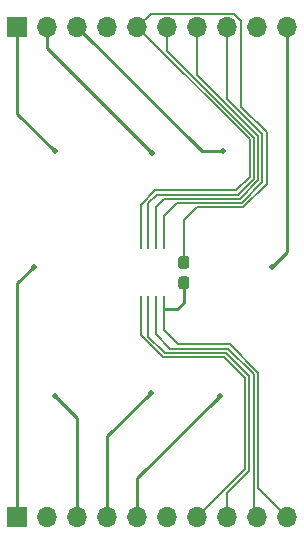
<source format=gbr>
%TF.GenerationSoftware,KiCad,Pcbnew,(5.1.10)-1*%
%TF.CreationDate,2023-05-11T10:09:18-05:00*%
%TF.ProjectId,perovskite_router,7065726f-7673-46b6-9974-655f726f7574,rev?*%
%TF.SameCoordinates,Original*%
%TF.FileFunction,Copper,L2,Bot*%
%TF.FilePolarity,Positive*%
%FSLAX46Y46*%
G04 Gerber Fmt 4.6, Leading zero omitted, Abs format (unit mm)*
G04 Created by KiCad (PCBNEW (5.1.10)-1) date 2023-05-11 10:09:18*
%MOMM*%
%LPD*%
G01*
G04 APERTURE LIST*
%TA.AperFunction,ComponentPad*%
%ADD10O,1.700000X1.700000*%
%TD*%
%TA.AperFunction,ComponentPad*%
%ADD11R,1.700000X1.700000*%
%TD*%
%TA.AperFunction,SMDPad,CuDef*%
%ADD12R,0.220000X2.200000*%
%TD*%
%TA.AperFunction,ViaPad*%
%ADD13C,0.508000*%
%TD*%
%TA.AperFunction,Conductor*%
%ADD14C,0.254000*%
%TD*%
%TA.AperFunction,Conductor*%
%ADD15C,0.152400*%
%TD*%
G04 APERTURE END LIST*
%TO.P,C1,2*%
%TO.N,Net-(C1-Pad2)*%
%TA.AperFunction,SMDPad,CuDef*%
G36*
G01*
X152383500Y-85755600D02*
X151908500Y-85755600D01*
G75*
G02*
X151671000Y-85518100I0J237500D01*
G01*
X151671000Y-84918100D01*
G75*
G02*
X151908500Y-84680600I237500J0D01*
G01*
X152383500Y-84680600D01*
G75*
G02*
X152621000Y-84918100I0J-237500D01*
G01*
X152621000Y-85518100D01*
G75*
G02*
X152383500Y-85755600I-237500J0D01*
G01*
G37*
%TD.AperFunction*%
%TO.P,C1,1*%
%TO.N,Net-(C1-Pad1)*%
%TA.AperFunction,SMDPad,CuDef*%
G36*
G01*
X152383500Y-87480600D02*
X151908500Y-87480600D01*
G75*
G02*
X151671000Y-87243100I0J237500D01*
G01*
X151671000Y-86643100D01*
G75*
G02*
X151908500Y-86405600I237500J0D01*
G01*
X152383500Y-86405600D01*
G75*
G02*
X152621000Y-86643100I0J-237500D01*
G01*
X152621000Y-87243100D01*
G75*
G02*
X152383500Y-87480600I-237500J0D01*
G01*
G37*
%TD.AperFunction*%
%TD*%
D10*
%TO.P,J2,10*%
%TO.N,Net-(C1-Pad1)*%
X160909000Y-106778000D03*
%TO.P,J2,9*%
%TO.N,Net-(J2-Pad9)*%
X158369000Y-106778000D03*
%TO.P,J2,8*%
%TO.N,Net-(J2-Pad8)*%
X155829000Y-106778000D03*
%TO.P,J2,7*%
%TO.N,Net-(J2-Pad7)*%
X153289000Y-106778000D03*
%TO.P,J2,6*%
%TO.N,Net-(J2-Pad6)*%
X150749000Y-106778000D03*
%TO.P,J2,5*%
%TO.N,Net-(J2-Pad5)*%
X148209000Y-106778000D03*
%TO.P,J2,4*%
%TO.N,Net-(J2-Pad4)*%
X145669000Y-106778000D03*
%TO.P,J2,3*%
%TO.N,Net-(J2-Pad3)*%
X143129000Y-106778000D03*
%TO.P,J2,2*%
%TO.N,Net-(J2-Pad2)*%
X140589000Y-106778000D03*
D11*
%TO.P,J2,1*%
%TO.N,Net-(J2-Pad1)*%
X138049000Y-106778000D03*
%TD*%
D10*
%TO.P,J1,10*%
%TO.N,Net-(J1-Pad10)*%
X160909000Y-65278000D03*
%TO.P,J1,9*%
%TO.N,Net-(J1-Pad9)*%
X158369000Y-65278000D03*
%TO.P,J1,8*%
%TO.N,Net-(J1-Pad8)*%
X155829000Y-65278000D03*
%TO.P,J1,7*%
%TO.N,Net-(J1-Pad7)*%
X153289000Y-65278000D03*
%TO.P,J1,6*%
%TO.N,Net-(J1-Pad6)*%
X150749000Y-65278000D03*
%TO.P,J1,5*%
%TO.N,Net-(C1-Pad2)*%
X148209000Y-65278000D03*
%TO.P,J1,4*%
%TO.N,Net-(J1-Pad4)*%
X145669000Y-65278000D03*
%TO.P,J1,3*%
%TO.N,Net-(J1-Pad3)*%
X143129000Y-65278000D03*
%TO.P,J1,2*%
%TO.N,Net-(J1-Pad2)*%
X140589000Y-65278000D03*
D11*
%TO.P,J1,1*%
%TO.N,Net-(J1-Pad1)*%
X138049000Y-65278000D03*
%TD*%
D12*
%TO.P,U2,5*%
%TO.N,Net-(J2-Pad7)*%
X148504000Y-89180600D03*
%TO.P,U2,4*%
%TO.N,Net-(C1-Pad2)*%
X148504000Y-82980600D03*
%TO.P,U2,6*%
%TO.N,Net-(J2-Pad8)*%
X149154000Y-89180600D03*
%TO.P,U2,3*%
%TO.N,Net-(J1-Pad6)*%
X149154000Y-82980600D03*
%TO.P,U2,7*%
%TO.N,Net-(J2-Pad9)*%
X149804000Y-89180600D03*
%TO.P,U2,2*%
%TO.N,Net-(J1-Pad7)*%
X149804000Y-82980600D03*
%TO.P,U2,8*%
%TO.N,Net-(C1-Pad1)*%
X150454000Y-89180600D03*
%TO.P,U2,1*%
%TO.N,Net-(J1-Pad8)*%
X150454000Y-82980600D03*
%TD*%
D13*
%TO.N,Net-(J1-Pad10)*%
X159639000Y-85598000D03*
%TO.N,Net-(J1-Pad3)*%
X155448000Y-75819000D03*
%TO.N,Net-(J1-Pad2)*%
X149479000Y-75946000D03*
%TO.N,Net-(J1-Pad1)*%
X141224000Y-75819000D03*
%TO.N,Net-(J2-Pad5)*%
X155194000Y-96520000D03*
%TO.N,Net-(J2-Pad4)*%
X149352000Y-96266000D03*
%TO.N,Net-(J2-Pad3)*%
X141224000Y-96520000D03*
%TO.N,Net-(J2-Pad1)*%
X139446000Y-85598000D03*
%TD*%
D14*
%TO.N,Net-(J1-Pad10)*%
X160909000Y-84328000D02*
X159639000Y-85598000D01*
X160909000Y-65278000D02*
X160909000Y-84328000D01*
D15*
%TO.N,Net-(J1-Pad8)*%
X150454000Y-82980600D02*
X150454000Y-81321000D01*
X150454000Y-81321000D02*
X151587172Y-80187828D01*
X157032897Y-80187827D02*
X158800828Y-78419892D01*
X151587172Y-80187828D02*
X157032897Y-80187827D01*
X158800828Y-78419892D02*
X158800827Y-74361103D01*
X155829000Y-71389276D02*
X155829000Y-65278000D01*
X158800827Y-74361103D02*
X155829000Y-71389276D01*
%TO.N,Net-(J1-Pad7)*%
X149804000Y-82980600D02*
X149804000Y-80523219D01*
X158445219Y-78272595D02*
X158445218Y-74508402D01*
X156885598Y-79832218D02*
X158445219Y-78272595D01*
X150495001Y-79832218D02*
X156885598Y-79832218D01*
X149804000Y-80523219D02*
X150495001Y-79832218D01*
X153289000Y-69352184D02*
X153289000Y-65278000D01*
X158445218Y-74508402D02*
X153289000Y-69352184D01*
%TO.N,Net-(J1-Pad6)*%
X149154000Y-82980600D02*
X149154000Y-80202908D01*
X149154000Y-80202908D02*
X149880298Y-79476610D01*
X158089610Y-78125298D02*
X158089609Y-74655701D01*
X156738299Y-79476609D02*
X158089610Y-78125298D01*
X149880298Y-79476610D02*
X156738299Y-79476609D01*
X150749000Y-67315092D02*
X150749000Y-65278000D01*
X158089609Y-74655701D02*
X150749000Y-67315092D01*
D14*
%TO.N,Net-(J1-Pad3)*%
X153670000Y-75819000D02*
X155448000Y-75819000D01*
X143129000Y-65278000D02*
X153670000Y-75819000D01*
%TO.N,Net-(J1-Pad2)*%
X140589000Y-67056000D02*
X149479000Y-75946000D01*
X140589000Y-65278000D02*
X140589000Y-67056000D01*
%TO.N,Net-(J1-Pad1)*%
X138049000Y-72644000D02*
X141224000Y-75819000D01*
X138049000Y-65278000D02*
X138049000Y-72644000D01*
D15*
%TO.N,Net-(J2-Pad9)*%
X149804000Y-89180600D02*
X149804000Y-91307781D01*
X151003000Y-92506781D02*
X155869598Y-92506782D01*
X149804000Y-91307781D02*
X151003000Y-92506781D01*
X158064219Y-106473219D02*
X158369000Y-106778000D01*
X158064219Y-94701405D02*
X158064219Y-106473219D01*
X155869598Y-92506782D02*
X158064219Y-94701405D01*
%TO.N,Net-(J2-Pad8)*%
X149154000Y-89180600D02*
X149154000Y-91501092D01*
X150515298Y-92862390D02*
X155722299Y-92862391D01*
X149154000Y-91501092D02*
X150515298Y-92862390D01*
X157708610Y-94848702D02*
X157708609Y-102861299D01*
X155722299Y-92862391D02*
X157708610Y-94848702D01*
X155829000Y-104740908D02*
X155829000Y-106778000D01*
X157708609Y-102861299D02*
X155829000Y-104740908D01*
%TO.N,Net-(J2-Pad7)*%
X148504000Y-89180600D02*
X148504000Y-91354000D01*
X148504000Y-91354000D02*
X150368000Y-93218000D01*
X150368000Y-93218000D02*
X155575000Y-93218000D01*
X155575000Y-93218000D02*
X157353000Y-94996000D01*
X157353000Y-102714000D02*
X153289000Y-106778000D01*
X157353000Y-94996000D02*
X157353000Y-102714000D01*
D14*
%TO.N,Net-(J2-Pad5)*%
X148209000Y-103505000D02*
X155194000Y-96520000D01*
X148209000Y-106778000D02*
X148209000Y-103505000D01*
%TO.N,Net-(J2-Pad4)*%
X145669000Y-99949000D02*
X149352000Y-96266000D01*
X145669000Y-106778000D02*
X145669000Y-99949000D01*
%TO.N,Net-(J2-Pad3)*%
X143129000Y-98425000D02*
X141224000Y-96520000D01*
X143129000Y-106778000D02*
X143129000Y-98425000D01*
%TO.N,Net-(J2-Pad1)*%
X138049000Y-86995000D02*
X139446000Y-85598000D01*
X138049000Y-106778000D02*
X138049000Y-86995000D01*
D15*
%TO.N,Net-(C1-Pad2)*%
X148504000Y-82980600D02*
X148504000Y-80350000D01*
X148504000Y-80350000D02*
X149733000Y-79121000D01*
X149733000Y-79121000D02*
X156591000Y-79121000D01*
X156591000Y-79121000D02*
X157734000Y-77978000D01*
X157734000Y-74803000D02*
X148209000Y-65278000D01*
X157734000Y-77978000D02*
X157734000Y-74803000D01*
X152146000Y-85218100D02*
X152146000Y-81661000D01*
X152146000Y-81661000D02*
X153263564Y-80543436D01*
X157180196Y-80543435D02*
X159156437Y-78567189D01*
X153263564Y-80543436D02*
X157180196Y-80543435D01*
X159156437Y-78567189D02*
X159156436Y-74213804D01*
X149338401Y-64148599D02*
X148209000Y-65278000D01*
X156371113Y-64148599D02*
X149338401Y-64148599D01*
X156958401Y-64735887D02*
X156371113Y-64148599D01*
X156958401Y-72015769D02*
X156958401Y-64735887D01*
X159156436Y-74213804D02*
X156958401Y-72015769D01*
D14*
%TO.N,Net-(C1-Pad1)*%
X150454000Y-89180600D02*
X151611400Y-89180600D01*
X152146000Y-88646000D02*
X152146000Y-86943100D01*
X151611400Y-89180600D02*
X152146000Y-88646000D01*
D15*
X150454000Y-89180600D02*
X150454000Y-90967172D01*
X150454000Y-90967172D02*
X151638000Y-92151172D01*
X156016897Y-92151173D02*
X158419829Y-94554107D01*
X151638000Y-92151172D02*
X156016897Y-92151173D01*
X158419829Y-104288829D02*
X160909000Y-106778000D01*
X158419829Y-94554107D02*
X158419829Y-104288829D01*
%TD*%
M02*

</source>
